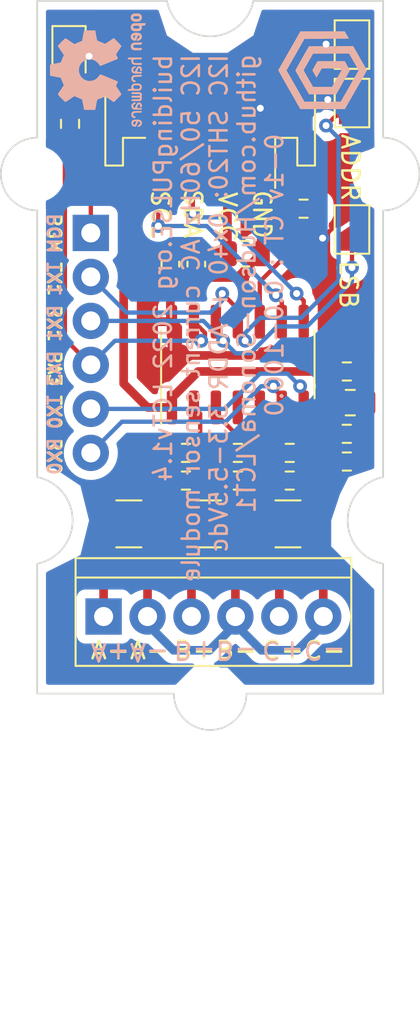
<source format=kicad_pcb>
(kicad_pcb (version 20211014) (generator pcbnew)
  (layers (0 "F.Cu" signal) (31 "B.Cu" signal) (34 "B.Paste" user) (35 "F.Paste" user) (36 "B.SilkS" user "B.Silkscreen") (37 "F.SilkS" user "F.Silkscreen") (38 "B.Mask" user) (39 "F.Mask" user) (44 "Edge.Cuts" user))
  (net 0 "")
  (net 1 "VCC")
  (net 2 "GND")
  (net 3 "Af")
  (net 4 "Cf")
  (net 5 "Of")
  (net 6 "Net-(D1-Pad2)")
  (net 7 "PA3")
  (net 8 "CHA")
  (net 9 "Voffset2")
  (net 10 "CHB")
  (net 11 "CHC")
  (net 12 "UDPI_PA0")
  (net 13 "TX1_PA1")
  (net 14 "RX1_PA2")
  (net 15 "TX0_PB2")
  (net 16 "RX0_PB3")
  (net 17 "SDA_PB1")
  (net 18 "SCL_PB0")
  (net 19 "Bf")
  (net 20 "Net-(JP4-Pad1)")
  (footprint "MountingHole:MountingHole_2.2mm_M2" (layer "F.Cu") (at 110 118)
    (fp_text reference "REF**" hide)
    (fp_text value "MountingHole_2.2mm_M2" hide)
    (pad "" np_thru_hole circle (at 0 0) (size 2.2 2.2) (drill 2.2) (layers *.Cu *.Mask))
  )
  (footprint "Connector_JST:JST_PH_S4B-PH-SM4-TB_1x04-1MP_P2.00mm_Horizontal" (layer "F.Cu") (at 110 65.2 180)
    (fp_text reference "J3" hide)
    (fp_text value "Conn_01x04_Male_i2c" hide)
    (pad "1" smd roundrect (at -3 -4 180) (size 1 3.5) (layers "F.Cu" "F.Paste" "F.Mask") (net 2 "GND"))
    (pad "2" smd roundrect (at -1 -4 180) (size 1 3.5) (layers "F.Cu" "F.Paste" "F.Mask") (net 1 "VCC"))
    (pad "3" smd roundrect (at 1 -4 180) (size 1 3.5) (layers "F.Cu" "F.Paste" "F.Mask") (net 17 "SDA_PB1"))
    (pad "4" smd roundrect (at 3 -4 180) (size 1 3.5) (layers "F.Cu" "F.Paste" "F.Mask") (net 18 "SCL_PB0"))
    (pad "MP" smd roundrect (at -5.35 2.9 180) (size 1.5 3.4) (layers "F.Cu" "F.Paste" "F.Mask") (roundrect_rratio 0.1666673333))
    (pad "MP" smd roundrect (at 5.35 2.9 180) (size 1.5 3.4) (layers "F.Cu" "F.Paste" "F.Mask") (roundrect_rratio 0.1666673333))
  )
  (footprint "MountingHole:MountingHole_2.2mm_M2" (layer "F.Cu") (at 120 70)
    (fp_text reference "REF**" hide)
    (fp_text value "MountingHole_2.2mm_M2" hide)
    (pad "" np_thru_hole circle (at 0 0) (size 2.2 2.2) (drill 2.2) (layers *.Cu *.Mask))
  )
  (footprint "Resistor_SMD:R_0603_1608Metric" (layer "F.Cu") (at 108.6 86.1 180)
    (fp_text reference "R4" hide)
    (fp_text value "200R" hide)
    (pad "1" smd roundrect (at -0.825 0 180) (size 0.8 0.95) (layers "F.Cu" "F.Paste" "F.Mask") (net 3 "Af"))
    (pad "2" smd roundrect (at 0.825 0 180) (size 0.8 0.95) (layers "F.Cu" "F.Paste" "F.Mask") (net 8 "CHA"))
  )
  (footprint "MountingHole:MountingHole_2.2mm_M2" (layer "F.Cu") (at 110 100)
    (fp_text reference "REF**" hide)
    (fp_text value "MountingHole_2.2mm_M2" hide)
    (pad "" np_thru_hole circle (at 0 0) (size 2.2 2.2) (drill 2.2) (layers *.Cu *.Mask))
  )
  (footprint "LED_SMD:LED_0805_2012Metric" (layer "F.Cu") (at 101.84 63.14 -90)
    (fp_text reference "D1" hide)
    (fp_text value "LED" hide)
    (pad "1" smd roundrect (at -0.9375 0 270) (size 0.975 1.4) (layers "F.Cu" "F.Paste" "F.Mask") (net 2 "GND"))
    (pad "2" smd roundrect (at 0.9375 0 270) (size 0.975 1.4) (layers "F.Cu" "F.Paste" "F.Mask") (net 6 "Net-(D1-Pad2)"))
  )
  (footprint "Jumper:SolderJumper-2_P1.3mm_Open_TrianglePad1.0x1.5mm" (layer "F.Cu") (at 118.2 62.525 90)
    (fp_text reference "JP4" hide)
    (fp_text value "SolderJumper_2_Open" hide)
    (pad "1" smd custom (at -0.725 0 90) (size 0.3 0.3) (layers "F.Cu" "F.Mask") (net 20 "Net-(JP4-Pad1)") (options (clearance outline) (anchor rect)) (primitives (gr_poly (pts (xy 1 0) (xy 0.5 0.75) (xy -0.5 0.75) (xy -0.5 -0.75) (xy 0.5 -0.75)) (width 0) (fill yes))))
    (pad "2" smd custom (at 0.725 0 90) (size 0.3 0.3) (layers "F.Cu" "F.Mask") (net 2 "GND") (options (clearance outline) (anchor rect)) (primitives (gr_poly (pts (xy 0.5 0.75) (xy -0.65 0.75) (xy -0.15 0) (xy -0.65 -0.75) (xy 0.5 -0.75)) (width 0) (fill yes))))
  )
  (footprint "TerminalBlock_TE-Connectivity:TerminalBlock_TE_282834-6_1x06_P2.54mm_Horizontal" (layer "F.Cu") (at 103.84 95.55)
    (fp_text reference "J1" hide)
    (fp_text value "Conn_01x06_Male" hide)
    (pad "1" thru_hole rect (at 0 0) (size 2.1 2.1) (drill 1.1) (layers *.Cu *.Mask) (net 8 "CHA"))
    (pad "2" thru_hole circle (at 2.54 0) (size 2.1 2.1) (drill 1.1) (layers *.Cu *.Mask) (net 9 "Voffset2"))
    (pad "3" thru_hole circle (at 5.08 0) (size 2.1 2.1) (drill 1.1) (layers *.Cu *.Mask) (net 10 "CHB"))
    (pad "4" thru_hole circle (at 7.62 0) (size 2.1 2.1) (drill 1.1) (layers *.Cu *.Mask) (net 9 "Voffset2"))
    (pad "5" thru_hole circle (at 10.16 0) (size 2.1 2.1) (drill 1.1) (layers *.Cu *.Mask) (net 11 "CHC"))
    (pad "6" thru_hole circle (at 12.7 0) (size 2.1 2.1) (drill 1.1) (layers *.Cu *.Mask) (net 9 "Voffset2"))
  )
  (footprint "Capacitor_SMD:C_0603_1608Metric" (layer "F.Cu") (at 109.2 75.2 -90)
    (fp_text reference "C8" hide)
    (fp_text value "10nF" hide)
    (pad "1" smd roundrect (at -0.775 0 270) (size 0.9 0.95) (layers "F.Cu" "F.Paste" "F.Mask") (net 1 "VCC"))
    (pad "2" smd roundrect (at 0.775 0 270) (size 0.9 0.95) (layers "F.Cu" "F.Paste" "F.Mask") (net 2 "GND"))
  )
  (footprint "Resistor_SMD:R_0603_1608Metric" (layer "F.Cu") (at 115.4 72 180)
    (fp_text reference "R12" hide)
    (fp_text value "470R" hide)
    (pad "1" smd roundrect (at -0.825 0 180) (size 0.8 0.95) (layers "F.Cu" "F.Paste" "F.Mask") (net 20 "Net-(JP4-Pad1)"))
    (pad "2" smd roundrect (at 0.825 0 180) (size 0.8 0.95) (layers "F.Cu" "F.Paste" "F.Mask") (net 12 "UDPI_PA0"))
  )
  (footprint "Resistor_SMD:R_1210_3225Metric" (layer "F.Cu") (at 105.3 90.2)
    (fp_text reference "R8" hide)
    (fp_text value "20R DNS" hide)
    (pad "1" smd roundrect (at -1.4625 0) (size 1.125 2.65) (layers "F.Cu" "F.Paste" "F.Mask") (roundrect_rratio 0.2222222222) (net 8 "CHA"))
    (pad "2" smd roundrect (at 1.4625 0) (size 1.125 2.65) (layers "F.Cu" "F.Paste" "F.Mask") (roundrect_rratio 0.2222222222) (net 9 "Voffset2"))
  )
  (footprint "MountingHole:MountingHole_2.2mm_M2" (layer "F.Cu") (at 100 70)
    (fp_text reference "REF**" hide)
    (fp_text value "MountingHole_2.2mm_M2" hide)
    (pad "" np_thru_hole circle (at 0 0) (size 2.2 2.2) (drill 2.2) (layers *.Cu *.Mask))
  )
  (footprint "Capacitor_SMD:C_0805_2012Metric" (layer "F.Cu") (at 118.1 83.2 180)
    (fp_text reference "C9" hide)
    (fp_text value "1uF" hide)
    (pad "1" smd roundrect (at -0.95 0 180) (size 1 1.45) (layers "F.Cu" "F.Paste" "F.Mask") (net 9 "Voffset2"))
    (pad "2" smd roundrect (at 0.95 0 180) (size 1 1.45) (layers "F.Cu" "F.Paste" "F.Mask") (net 2 "GND"))
  )
  (footprint "Jumper:SolderJumper-2_P1.3mm_Open_TrianglePad1.0x1.5mm" (layer "F.Cu") (at 118.2 65.9 90)
    (fp_text reference "JP5" hide)
    (fp_text value "SolderJumper_2_Open" hide)
    (pad "1" smd custom (at -0.725 0 90) (size 0.3 0.3) (layers "F.Cu" "F.Mask") (net 13 "TX1_PA1") (options (clearance outline) (anchor rect)) (primitives (gr_poly (pts (xy 1 0) (xy 0.5 0.75) (xy -0.5 0.75) (xy -0.5 -0.75) (xy 0.5 -0.75)) (width 0) (fill yes))))
    (pad "2" smd custom (at 0.725 0 90) (size 0.3 0.3) (layers "F.Cu" "F.Mask") (net 2 "GND") (options (clearance outline) (anchor rect)) (primitives (gr_poly (pts (xy 0.5 0.75) (xy -0.65 0.75) (xy -0.15 0) (xy -0.65 -0.75) (xy 0.5 -0.75)) (width 0) (fill yes))))
  )
  (footprint "Jumper:SolderJumper-2_P1.3mm_Open_TrianglePad1.0x1.5mm" (layer "F.Cu") (at 118.2 73.2 90)
    (fp_text reference "JP6" hide)
    (fp_text value "SolderJumper_2_Open" hide)
    (pad "1" smd custom (at -0.725 0 90) (size 0.3 0.3) (layers "F.Cu" "F.Mask") (net 14 "RX1_PA2") (options (clearance outline) (anchor rect)) (primitives (gr_poly (pts (xy 1 0) (xy 0.5 0.75) (xy -0.5 0.75) (xy -0.5 -0.75) (xy 0.5 -0.75)) (width 0) (fill yes))))
    (pad "2" smd custom (at 0.725 0 90) (size 0.3 0.3) (layers "F.Cu" "F.Mask") (net 2 "GND") (options (clearance outline) (anchor rect)) (primitives (gr_poly (pts (xy 0.5 0.75) (xy -0.65 0.75) (xy -0.15 0) (xy -0.65 -0.75) (xy 0.5 -0.75)) (width 0) (fill yes))))
  )
  (footprint "Resistor_SMD:R_0603_1608Metric" (layer "F.Cu") (at 101.9 67.1 90)
    (fp_text reference "R11" hide)
    (fp_text value "1k" hide)
    (pad "1" smd roundrect (at -0.825 0 90) (size 0.8 0.95) (layers "F.Cu" "F.Paste" "F.Mask") (net 7 "PA3"))
    (pad "2" smd roundrect (at 0.825 0 90) (size 0.8 0.95) (layers "F.Cu" "F.Paste" "F.Mask") (net 6 "Net-(D1-Pad2)"))
  )
  (footprint "TerminalBlock_TE-Connectivity:TerminalBlock_TE_282834-6_1x06_P2.54mm_Horizontal" (layer "F.Cu") (at 103.1 73.4 -90)
    (fp_text reference "J2" hide)
    (fp_text value "Conn_01x06_Male" hide)
    (pad "1" thru_hole rect (at 0 0 270) (size 2.1 2.1) (drill 1.1) (layers *.Cu *.Mask) (net 12 "UDPI_PA0"))
    (pad "2" thru_hole circle (at 2.54 0 270) (size 2.1 2.1) (drill 1.1) (layers *.Cu *.Mask) (net 13 "TX1_PA1"))
    (pad "3" thru_hole circle (at 5.08 0 270) (size 2.1 2.1) (drill 1.1) (layers *.Cu *.Mask) (net 14 "RX1_PA2"))
    (pad "4" thru_hole circle (at 7.62 0 270) (size 2.1 2.1) (drill 1.1) (layers *.Cu *.Mask) (net 7 "PA3"))
    (pad "5" thru_hole circle (at 10.16 0 270) (size 2.1 2.1) (drill 1.1) (layers *.Cu *.Mask) (net 15 "TX0_PB2"))
    (pad "6" thru_hole circle (at 12.7 0 270) (size 2.1 2.1) (drill 1.1) (layers *.Cu *.Mask) (net 16 "RX0_PB3"))
  )
  (footprint "Resistor_SMD:R_0603_1608Metric" (layer "F.Cu") (at 108.6 87.7)
    (fp_text reference "R13" hide)
    (fp_text value "4.7k" hide)
    (pad "1" smd roundrect (at -0.825 0) (size 0.8 0.95) (layers "F.Cu" "F.Paste" "F.Mask") (net 8 "CHA"))
    (pad "2" smd roundrect (at 0.825 0) (size 0.8 0.95) (layers "F.Cu" "F.Paste" "F.Mask") (net 9 "Voffset2"))
  )
  (footprint "Capacitor_SMD:C_0603_1608Metric" (layer "F.Cu") (at 107.7 75.2 -90)
    (fp_text reference "C1" hide)
    (fp_text value "100nF" hide)
    (pad "1" smd roundrect (at -0.775 0 270) (size 0.9 0.95) (layers "F.Cu" "F.Paste" "F.Mask") (net 1 "VCC"))
    (pad "2" smd roundrect (at 0.775 0 270) (size 0.9 0.95) (layers "F.Cu" "F.Paste" "F.Mask") (net 2 "GND"))
  )
  (footprint "Resistor_SMD:R_1210_3225Metric" (layer "F.Cu") (at 114.5 90.2)
    (fp_text reference "R10" hide)
    (fp_text value "20R DNS" hide)
    (pad "1" smd roundrect (at -1.4625 0) (size 1.125 2.65) (layers "F.Cu" "F.Paste" "F.Mask") (roundrect_rratio 0.2222222222) (net 11 "CHC"))
    (pad "2" smd roundrect (at 1.4625 0) (size 1.125 2.65) (layers "F.Cu" "F.Paste" "F.Mask") (roundrect_rratio 0.2222222222) (net 9 "Voffset2"))
  )
  (footprint "Resistor_SMD:R_1210_3225Metric" (layer "F.Cu") (at 109.9 90.2)
    (fp_text reference "R9" hide)
    (fp_text value "20R DNS" hide)
    (pad "1" smd roundrect (at -1.4625 0) (size 1.125 2.65) (layers "F.Cu" "F.Paste" "F.Mask") (roundrect_rratio 0.2222222222) (net 10 "CHB"))
    (pad "2" smd roundrect (at 1.4625 0) (size 1.125 2.65) (layers "F.Cu" "F.Paste" "F.Mask") (roundrect_rratio 0.2222222222) (net 9 "Voffset2"))
  )
  (footprint "Resistor_SMD:R_0603_1608Metric" (layer "F.Cu") (at 114.6 87.7)
    (fp_text reference "R15" hide)
    (fp_text value "4.7k" hide)
    (pad "1" smd roundrect (at -0.825 0) (size 0.8 0.95) (layers "F.Cu" "F.Paste" "F.Mask") (net 11 "CHC"))
    (pad "2" smd roundrect (at 0.825 0) (size 0.8 0.95) (layers "F.Cu" "F.Paste" "F.Mask") (net 9 "Voffset2"))
  )
  (footprint "Resistor_SMD:R_0603_1608Metric" (layer "F.Cu") (at 117.9 86.6)
    (fp_text reference "R7" hide)
    (fp_text value "200R" hide)
    (pad "1" smd roundrect (at -0.825 0) (size 0.8 0.95) (layers "F.Cu" "F.Paste" "F.Mask") (net 5 "Of"))
    (pad "2" smd roundrect (at 0.825 0) (size 0.8 0.95) (layers "F.Cu" "F.Paste" "F.Mask") (net 9 "Voffset2"))
  )
  (footprint "Resistor_SMD:R_0603_1608Metric" (layer "F.Cu") (at 111.6 86.1 180)
    (fp_text reference "R5" hide)
    (fp_text value "200R" hide)
    (pad "1" smd roundrect (at -0.825 0 180) (size 0.8 0.95) (layers "F.Cu" "F.Paste" "F.Mask") (net 19 "Bf"))
    (pad "2" smd roundrect (at 0.825 0 180) (size 0.8 0.95) (layers "F.Cu" "F.Paste" "F.Mask") (net 10 "CHB"))
  )
  (footprint "Resistor_SMD:R_0603_1608Metric" (layer "F.Cu") (at 117.9 85 180)
    (fp_text reference "R2" hide)
    (fp_text value "470k" hide)
    (pad "1" smd roundrect (at -0.825 0 180) (size 0.8 0.95) (layers "F.Cu" "F.Paste" "F.Mask") (net 9 "Voffset2"))
    (pad "2" smd roundrect (at 0.825 0 180) (size 0.8 0.95) (layers "F.Cu" "F.Paste" "F.Mask") (net 2 "GND"))
  )
  (footprint "Capacitor_SMD:C_0805_2012Metric" (layer "F.Cu") (at 112 74.6)
    (fp_text reference "C3" hide)
    (fp_text value "4.7uF" hide)
    (pad "1" smd roundrect (at -0.95 0) (size 1 1.45) (layers "F.Cu" "F.Paste" "F.Mask") (net 1 "VCC"))
    (pad "2" smd roundrect (at 0.95 0) (size 1 1.45) (layers "F.Cu" "F.Paste" "F.Mask") (net 2 "GND"))
  )
  (footprint "Resistor_SMD:R_0603_1608Metric" (layer "F.Cu") (at 114.6 86.1 180)
    (fp_text reference "R6" hide)
    (fp_text value "200R" hide)
    (pad "1" smd roundrect (at -0.825 0 180) (size 0.8 0.95) (layers "F.Cu" "F.Paste" "F.Mask") (net 4 "Cf"))
    (pad "2" smd roundrect (at 0.825 0 180) (size 0.8 0.95) (layers "F.Cu" "F.Paste" "F.Mask") (net 11 "CHC"))
  )
  (footprint "Resistor_SMD:R_0603_1608Metric" (layer "F.Cu") (at 117.9 81.4)
    (fp_text reference "R1" hide)
    (fp_text value "470k" hide)
    (pad "1" smd roundrect (at -0.825 0) (size 0.8 0.95) (layers "F.Cu" "F.Paste" "F.Mask") (net 1 "VCC"))
    (pad "2" smd roundrect (at 0.825 0) (size 0.8 0.95) (layers "F.Cu" "F.Paste" "F.Mask") (net 9 "Voffset2"))
  )
  (footprint "Resistor_SMD:R_0603_1608Metric" (layer "F.Cu") (at 111.6 87.7)
    (fp_text reference "R14" hide)
    (fp_text value "4.7k" hide)
    (pad "1" smd roundrect (at -0.825 0) (size 0.8 0.95) (layers "F.Cu" "F.Paste" "F.Mask") (net 10 "CHB"))
    (pad "2" smd roundrect (at 0.825 0) (size 0.8 0.95) (layers "F.Cu" "F.Paste" "F.Mask") (net 9 "Voffset2"))
  )
  (footprint "Package_SO:SOIC-14_3.9x8.7mm_P1.27mm" (layer "F.Cu") (at 111.6 81 90)
    (fp_text reference "U1" hide)
    (fp_text value "ATtiny3224-SS" hide)
    (pad "1" smd roundrect (at -2.475 -3.81 90) (size 1.95 0.6) (layers "F.Cu" "F.Paste" "F.Mask") (net 1 "VCC"))
    (pad "2" smd roundrect (at -2.475 -2.54 90) (size 1.95 0.6) (layers "F.Cu" "F.Paste" "F.Mask") (net 3 "Af"))
    (pad "3" smd roundrect (at -2.475 -1.27 90) (size 1.95 0.6) (layers "F.Cu" "F.Paste" "F.Mask") (net 19 "Bf"))
    (pad "4" smd roundrect (at -2.475 0 90) (size 1.95 0.6) (layers "F.Cu" "F.Paste" "F.Mask") (net 4 "Cf"))
    (pad "5" smd roundrect (at -2.475 1.27 90) (size 1.95 0.6) (layers "F.Cu" "F.Paste" "F.Mask") (net 5 "Of"))
    (pad "6" smd roundrect (at -2.475 2.54 90) (size 1.95 0.6) (layers "F.Cu" "F.Paste" "F.Mask") (net 16 "RX0_PB3"))
    (pad "7" smd roundrect (at -2.475 3.81 90) (size 1.95 0.6) (layers "F.Cu" "F.Paste" "F.Mask") (net 15 "TX0_PB2"))
    (pad "8" smd roundrect (at 2.475 3.81 90) (size 1.95 0.6) (layers "F.Cu" "F.Paste" "F.Mask") (net 17 "SDA_PB1"))
    (pad "9" smd roundrect (at 2.475 2.54 90) (size 1.95 0.6) (layers "F.Cu" "F.Paste" "F.Mask") (net 18 "SCL_PB0"))
    (pad "10" smd roundrect (at 2.475 1.27 90) (size 1.95 0.6) (layers "F.Cu" "F.Paste" "F.Mask") (net 20 "Net-(JP4-Pad1)"))
    (pad "11" smd roundrect (at 2.475 0 90) (size 1.95 0.6) (layers "F.Cu" "F.Paste" "F.Mask") (net 13 "TX1_PA1"))
    (pad "12" smd roundrect (at 2.475 -1.27 90) (size 1.95 0.6) (layers "F.Cu" "F.Paste" "F.Mask") (net 14 "RX1_PA2"))
    (pad "13" smd roundrect (at 2.475 -2.54 90) (size 1.95 0.6) (layers "F.Cu" "F.Paste" "F.Mask") (net 7 "PA3"))
    (pad "14" smd roundrect (at 2.475 -3.81 90) (size 1.95 0.6) (layers "F.Cu" "F.Paste" "F.Mask") (net 2 "GND"))
  )
  (footprint "Symbol:OSHW-Logo2_7.3x6mm_SilkScreen" (layer "B.Cu") (at 103.5 64 -90)
    (fp_text reference "REF**" hide)
    (fp_text value "OSHW-Logo2_7.3x6mm_SilkScreen" hide)
  )
  (footprint "LOGO" (layer "B.Cu") (at 116.5 64 -90)
    (fp_text reference "G***" hide)
    (fp_text value "LOGO" hide)
  )
  (gr_arc (start 112.499999 60) (mid 110 62.049509) (end 107.500001 60) (layer "Edge.Cuts") (width 0.1))
  (gr_line (start 112.1 100) (end 120 100) (layer "Edge.Cuts") (width 0.1))
  (gr_line (start 120 60) (end 120 67.9) (layer "Edge.Cuts") (width 0.1))
  (gr_line (start 100 100) (end 107.9 100) (layer "Edge.Cuts") (width 0.1))
  (gr_arc (start 120 92.499999) (mid 117.950491 90) (end 120 87.500001) (layer "Edge.Cuts") (width 0.1))
  (gr_arc (start 112.1 100) (mid 110 102.1) (end 107.9 100) (layer "Edge.Cuts") (width 0.1))
  (gr_arc (start 100 72.1) (mid 97.9 70) (end 100 67.9) (layer "Edge.Cuts") (width 0.1))
  (gr_line (start 120 60) (end 112.5 60) (layer "Edge.Cuts") (width 0.1))
  (gr_line (start 120 92.5) (end 120 100) (layer "Edge.Cuts") (width 0.1))
  (gr_line (start 100 72.1) (end 100 87.5) (layer "Edge.Cuts") (width 0.1))
  (gr_line (start 107.5 60) (end 100 60) (layer "Edge.Cuts") (width 0.1))
  (gr_line (start 120 72.1) (end 120 87.5) (layer "Edge.Cuts") (width 0.1))
  (gr_line (start 100 92.5) (end 100 100) (layer "Edge.Cuts") (width 0.1))
  (gr_line (start 100 60) (end 100 67.9) (layer "Edge.Cuts") (width 0.1))
  (gr_arc (start 120 67.9) (mid 122.1 70) (end 120 72.1) (layer "Edge.Cuts") (width 0.1))
  (gr_arc (start 100 87.500001) (mid 102.049509 90) (end 100 92.499999) (layer "Edge.Cuts") (width 0.1))
  (gr_text "buildingPULSE.org 2022 LCTv1.4\nI2C 50/60Hz AC current sensor module\nI2C SHT20: 0x40 + ADDR 3.3-5.5Vdc\ngithub.com/Hudson-Sonoma/LCT1\n      0-1v CT : 0.0-100.0" (at 110.5 63 90) (layer "B.SilkS") (effects (font (size 1 1)) (justify left mirror)))
  (gr_text "C+C-" (at 112.9 97.5 180) (layer "B.SilkS") (effects (font (size 1 1.08)) (justify left mirror)))
  (gr_text "PGM TX1 RX1 PA3 TX0 RX0" (at 101 72.2 90) (layer "B.SilkS") (effects (font (size 0.72 0.72)) (justify left mirror)))
  (gr_text "B+B-" (at 107.8 97.5 180) (layer "B.SilkS") (effects (font (size 1 1.08)) (justify left mirror)))
  (gr_text "A+A-" (at 103 97.6 180) (layer "B.SilkS") (effects (font (size 1 1.08)) (justify left mirror)))
  (gr_text "GND" (at 113 73.8 -90) (layer "F.SilkS") (effects (font (size 1 0.9)) (justify right)))
  (gr_text "VCC" (at 111 74 -90) (layer "F.SilkS") (effects (font (size 1 1)) (justify right)))
  (gr_text "ADDR" (at 118.1 67.6 -90) (layer "F.SilkS") (effects (font (size 1 1)) (justify left)))
  (gr_text "A+A-" (at 103 97.5) (layer "F.SilkS") (effects (font (size 1 1.08)) (justify left)))
  (gr_text "PGM TX1 RX1 PA3 TX0 RX0" (at 101 72.2 -90) (layer "F.SilkS") (effects (font (size 0.72 0.72)) (justify left)))
  (gr_text "LSB" (at 118 74.9 -90) (layer "F.SilkS") (effects (font (size 1 1)) (justify left)))
  (gr_text "SCL" (at 107.1 73.8 -90) (layer "F.SilkS") (effects (font (size 1 1)) (justify right)))
  (gr_text "B+B-" (at 107.8 97.5) (layer "F.SilkS") (effects (font (size 1 1.08)) (justify left)))
  (gr_text "SDA" (at 109 73.8 -90) (layer "F.SilkS") (effects (font (size 1 1)) (justify right)))
  (gr_text "C+C-" (at 112.9 97.5) (layer "F.SilkS") (effects (font (size 1 1.08)) (justify left)))
  (segment (start 109.2 74.425) (end 107.7 74.425) (width 0.5) (layer "F.Cu") (net 1))
  (segment (start 105.975 74.425) (end 105 75.4) (width 0.5) (layer "F.Cu") (net 1))
  (segment (start 105 75.4) (end 105 82.1) (width 0.5) (layer "F.Cu") (net 1))
  (segment (start 107.79 83.475) (end 107.79 82.921472) (width 0.5) (layer "F.Cu") (net 1))
  (segment (start 109.311472 81.4) (end 117.075 81.4) (width 0.5) (layer "F.Cu") (net 1))
  (segment (start 111 74.35) (end 111.1 74.45) (width 0.5) (layer "F.Cu") (net 1))
  (segment (start 105 82.1) (end 106.375 83.475) (width 0.5) (layer "F.Cu") (net 1))
  (segment (start 107.79 82.921472) (end 109.311472 81.4) (width 0.5) (layer "F.Cu") (net 1))
  (segment (start 111 70) (end 111 74.35) (width 0.5) (layer "F.Cu") (net 1))
  (segment (start 111.1 74.45) (end 109.225 74.45) (width 0.5) (layer "F.Cu") (net 1))
  (segment (start 109.225 74.45) (end 109.2 74.425) (width 0.5) (layer "F.Cu") (net 1))
  (segment (start 107.7 74.425) (end 105.975 74.425) (width 0.5) (layer "F.Cu") (net 1))
  (segment (start 106.375 83.475) (end 107.79 83.475) (width 0.5) (layer "F.Cu") (net 1))
  (segment (start 117.325 65.175) (end 116.8 65.7) (width 0.25) (layer "F.Cu") (net 2))
  (segment (start 117.4 61.8) (end 116.7 62.5) (width 0.25) (layer "F.Cu") (net 2))
  (segment (start 118.2 61.8) (end 117.4 61.8) (width 0.25) (layer "F.Cu") (net 2))
  (segment (start 107.7 78.435) (end 107.79 78.525) (width 0.5) (layer "F.Cu") (net 2))
  (segment (start 117.725 72.475) (end 116.5 73.7) (width 0.25) (layer "F.Cu") (net 2))
  (segment (start 117.925 82.425) (end 117.925 80.855761) (width 0.25) (layer "F.Cu") (net 2))
  (segment (start 107.7 75.975) (end 107.7 78.435) (width 0.5) (layer "F.Cu") (net 2))
  (segment (start 113 74.55) (end 112.95 74.6) (width 0.5) (layer "F.Cu") (net 2))
  (segment (start 118.2 72.475) (end 117.725 72.475) (width 0.25) (layer "F.Cu") (net 2))
  (segment (start 112.9 66.2) (end 113 66.3) (width 0.5) (layer "F.Cu") (net 2))
  (segment (start 117.075 85) (end 117.075 83.275) (width 0.25) (layer "F.Cu") (net 2))
  (segment (start 101.84 62.2025) (end 102.0025 62.2025) (width 0.25) (layer "F.Cu") (net 2))
  (segment (start 117.15 83.2) (end 117.925 82.425) (width 0.25) (layer "F.Cu") (net 2))
  (segment (start 107.79 78.525) (end 107.79 79.078528) (width 0.5) (layer "F.Cu") (net 2))
  (segment (start 117.075 83.275) (end 117.15 83.2) (width 0.25) (layer "F.Cu") (net 2))
  (segment (start 112.95 74.6) (end 111.575 75.975) (width 0.5) (layer "F.Cu") (net 2))
  (segment (start 102.0025 62.2025) (end 103 63.2) (width 0.25) (layer "F.Cu") (net 2))
  (segment (start 108.125 80.475) (end 108.125 78.86) (width 0.5) (layer "F.Cu") (net 2))
  (segment (start 117.925 80.855761) (end 117.544239 80.475) (width 0.5) (layer "F.Cu") (net 2))
  (segment (start 113 66.3) (end 113 74.55) (width 0.5) (layer "F.Cu") (net 2))
  (segment (start 108.125 78.86) (end 107.79 78.525) (width 0.5) (layer "F.Cu") (net 2))
  (segment (start 117.544239 80.475) (end 108.125 80.475) (width 0.5) (layer "F.Cu") (net 2))
  (segment (start 111.575 75.975) (end 109.2 75.975) (width 0.5) (layer "F.Cu") (net 2))
  (segment (start 118.2 65.175) (end 117.325 65.175) (width 0.25) (layer "F.Cu") (net 2))
  (segment (start 107.79 79.078528) (end 107.8 79.088528) (width 0.5) (layer "F.Cu") (net 2))
  (segment (start 109.2 75.975) (end 107.7 75.975) (width 0.5) (layer "F.Cu") (net 2))
  (via (at 116.5 73.7) (size 0.8) (drill 0.4) (layers "F.Cu" "B.Cu") (net 2))
  (via (at 112.9 66.2) (size 0.8) (drill 0.4) (layers "F.Cu" "B.Cu") (net 2))
  (via (at 116.7 62.5) (size 0.8) (drill 0.4) (layers "F.Cu" "B.Cu") (net 2))
  (via (at 116.8 65.7) (size 0.8) (drill 0.4) (layers "F.Cu" "B.Cu") (net 2))
  (via (at 103 63.2) (size 0.8) (drill 0.4) (layers "F.Cu" "B.Cu") (net 2))
  (segment (start 116.5 73.7) (end 116.5 68.2) (width 0.25) (layer "B.Cu") (net 2))
  (segment (start 112.9 66.2) (end 115.8 66.2) (width 0.5) (layer "B.Cu") (net 2))
  (segment (start 106 66.2) (end 103 63.2) (width 0.5) (layer "B.Cu") (net 2))
  (segment (start 112.9 66.2) (end 106 66.2) (width 0.5) (layer "B.Cu") (net 2))
  (segment (start 116.3 66.2) (end 116.8 65.7) (width 0.5) (layer "B.Cu") (net 2))
  (segment (start 112.9 66.2) (end 116.6 62.5) (width 0.5) (layer "B.Cu") (net 2))
  (segment (start 116.5 68.2) (end 115.8 67.5) (width 0.25) (layer "B.Cu") (net 2))
  (segment (start 116.6 62.5) (end 116.7 62.5) (width 0.5) (layer "B.Cu") (net 2))
  (segment (start 115.8 67.5) (end 115.8 66.2) (width 0.25) (layer "B.Cu") (net 2))
  (segment (start 115.8 66.2) (end 116.3 66.2) (width 0.5) (layer "B.Cu") (net 2))
  (segment (start 109.425 86.1) (end 109.425 83.84) (width 0.25) (layer "F.Cu") (net 3))
  (segment (start 109.425 83.84) (end 109.06 83.475) (width 0.25) (layer "F.Cu") (net 3))
  (segment (start 115.425 86.1) (end 114.625 85.3) (width 0.25) (layer "F.Cu") (net 4))
  (segment (start 112.6 85.3) (end 111.6 84.3) (width 0.25) (layer "F.Cu") (net 4))
  (segment (start 114.625 85.3) (end 112.6 85.3) (width 0.25) (layer "F.Cu") (net 4))
  (segment (start 111.6 84.3) (end 111.6 83.475) (width 0.25) (layer "F.Cu") (net 4))
  (segment (start 117.075 86.6) (end 117.075 86.532538) (width 0.25) (layer "F.Cu") (net 5))
  (segment (start 113.4 84.8) (end 112.87 84.27) (width 0.25) (layer "F.Cu") (net 5))
  (segment (start 117.075 86.532538) (end 115.342462 84.8) (width 0.25) (layer "F.Cu") (net 5))
  (segment (start 115.342462 84.8) (end 113.4 84.8) (width 0.25) (layer "F.Cu") (net 5))
  (segment (start 112.87 84.27) (end 112.87 83.475) (width 0.25) (layer "F.Cu") (net 5))
  (segment (start 101.84 64.0775) (end 101.84 66.215) (width 0.25) (layer "F.Cu") (net 6))
  (segment (start 101.84 66.215) (end 101.9 66.275) (width 0.25) (layer "F.Cu") (net 6))
  (segment (start 101.9 67.925) (end 101.6 68.225) (width 0.25) (layer "F.Cu") (net 7))
  (segment (start 109.7 79.8) (end 109.65747 79.8) (width 0.25) (layer "F.Cu") (net 7))
  (segment (start 109.65747 79.8) (end 109.48297 79.6255) (width 0.25) (layer "F.Cu") (net 7))
  (segment (start 109.7 79.165) (end 109.7 79.8) (width 0.25) (layer "F.Cu") (net 7))
  (segment (start 101.6 79.52) (end 103.1 81.02) (width 0.25) (layer "F.Cu") (net 7))
  (segment (start 101.6 68.225) (end 101.6 79.52) (width 0.25) (layer "F.Cu") (net 7))
  (segment (start 109.06 78.525) (end 109.7 79.165) (width 0.25) (layer "F.Cu") (net 7))
  (via (at 109.48297 79.6255) (size 0.8) (drill 0.4) (layers "F.Cu" "B.Cu") (net 7))
  (segment (start 109.48297 79.6255) (end 104.4945 79.6255) (width 0.25) (layer "B.Cu") (net 7))
  (segment (start 104.4945 79.6255) (end 103.1 81.02) (width 0.25) (layer "B.Cu") (net 7))
  (segment (start 106.3 87.7) (end 107.185051 87.7) (width 0.25) (layer "F.Cu") (net 8))
  (segment (start 103.8375 90.2) (end 103.8375 90.1625) (width 0.25) (layer "F.Cu") (net 8))
  (segment (start 103.84 96) (end 103.84 90.5025) (width 0.5) (layer "F.Cu") (net 8))
  (segment (start 103.8375 90.1625) (end 106.3 87.7) (width 0.25) (layer "F.Cu") (net 8))
  (segment (start 107.775 87.7) (end 107.775 86.1) (width 0.5) (layer "F.Cu") (net 8))
  (segment (start 107.185051 87.7) (end 107.775 87.7) (width 0.5) (layer "F.Cu") (net 8))
  (segment (start 103.84 90.5025) (end 103.8375 90.5) (width 0.5) (layer "F.Cu") (net 8))
  (segment (start 106.7625 89.674327) (end 106.7625 90.2) (width 0.25) (layer "F.Cu") (net 9))
  (segment (start 116.54 91.0775) (end 115.9625 90.5) (width 0.5) (layer "F.Cu") (net 9))
  (segment (start 107.886827 88.55) (end 106.7625 89.674327) (width 0.25) (layer "F.Cu") (net 9))
  (segment (start 106.7625 89.974327) (end 106.7625 90.5) (width 0.25) (layer "F.Cu") (net 9))
  (segment (start 115.9625 90.2) (end 115.9625 88.2375) (width 0.25) (layer "F.Cu") (net 9))
  (segment (start 106.38 90.8825) (end 106.7625 90.5) (width 0.5) (layer "F.Cu") (net 9))
  (segment (start 117.625 87.7) (end 118.725 86.6) (width 0.25) (layer "F.Cu") (net 9))
  (segment (start 118.725 85) (end 118.725 83.525) (width 0.25) (layer "F.Cu") (net 9))
  (segment (start 115.425 87.7) (end 117.625 87.7) (width 0.25) (layer "F.Cu") (net 9))
  (segment (start 111.46 90.5975) (end 111.3625 90.5) (width 0.5) (layer "F.Cu") (net 9))
  (segment (start 109.425 87.7) (end 108.575 88.55) (width 0.25) (layer "F.Cu") (net 9))
  (segment (start 118.725 86.6) (end 118.725 85) (width 0.25) (layer "F.Cu") (net 9))
  (segment (start 118.725 83.525) (end 119.05 83.2) (width 0.25) (layer "F.Cu") (net 9))
  (segment (start 119.05 81.725) (end 118.725 81.4) (width 0.25) (layer "F.Cu") (net 9))
  (segment (start 111.3625 90.2) (end 111.3625 88.7625) (width 0.25) (layer "F.Cu") (net 9))
  (segment (start 108.575 88.55) (end 107.886827 88.55) (width 0.25) (layer "F.Cu") (net 9))
  (segment (start 111.3625 88.7625) (end 112.425 87.7) (width 0.25) (layer "F.Cu") (net 9))
  (segment (start 106.38 96) (end 106.38 90.8825) (width 0.5) (layer "F.Cu") (net 9))
  (segment (start 111.46 96) (end 111.46 90.5975) (width 0.5) (layer "F.Cu") (net 9))
  (segment (start 116.54 96) (end 116.54 91.0775) (width 0.5) (layer "F.Cu") (net 9))
  (segment (start 119.05 83.2) (end 119.05 81.725) (width 0.25) (layer "F.Cu") (net 9))
  (segment (start 115.9625 88.2375) (end 115.425 87.7) (width 0.25) (layer "F.Cu") (net 9))
  (segment (start 107.88 97.5) (end 109.96 97.5) (width 0.5) (layer "B.Cu") (net 9))
  (segment (start 111.46 96) (end 112.96 97.5) (width 0.5) (layer "B.Cu") (net 9))
  (segment (start 109.96 97.5) (end 111.46 96) (width 0.5) (layer "B.Cu") (net 9))
  (segment (start 106.38 96) (end 107.88 97.5) (width 0.5) (layer "B.Cu") (net 9))
  (segment (start 115.04 97.5) (end 116.54 96) (width 0.5) (layer "B.Cu") (net 9))
  (segment (start 112.96 97.5) (end 115.04 97.5) (width 0.5) (layer "B.Cu") (net 9))
  (segment (start 108.92 96) (end 108.92 90.9825) (width 0.5) (layer "F.Cu") (net 10))
  (segment (start 110.775 87.7) (end 110.775 86.1) (width 0.5) (layer "F.Cu") (net 10))
  (segment (start 108.92 90.9825) (end 108.4375 90.5) (width 0.5) (layer "F.Cu") (net 10))
  (segment (start 108.4375 90.5) (end 108.4375 90.3625) (width 0.5) (layer "F.Cu") (net 10))
  (segment (start 108.4375 90.2) (end 108.6 90.2) (width 0.25) (layer "F.Cu") (net 10))
  (segment (start 110.6 87.875) (end 110.775 87.7) (width 0.5) (layer "F.Cu") (net 10))
  (segment (start 110.6 88.2) (end 110.6 87.875) (width 0.5) (layer "F.Cu") (net 10))
  (segment (start 108.6 90.2) (end 110.6 88.2) (width 0.25) (layer "F.Cu") (net 10))
  (segment (start 114 96) (end 114 91.4625) (width 0.5) (layer "F.Cu") (net 11))
  (segment (start 114 91.4625) (end 113.0375 90.5) (width 0.5) (layer "F.Cu") (net 11))
  (segment (start 113.0375 90.2) (end 113.0375 88.4375) (width 0.25) (layer "F.Cu") (net 11))
  (segment (start 113.775 87.7) (end 113.775 86.1) (width 0.25) (layer "F.Cu") (net 11))
  (segment (start 113.0375 88.4375) (end 113.775 87.7) (width 0.25) (layer "F.Cu") (net 11))
  (segment (start 113.1 65) (end 106.3 65) (width 0.25) (layer "F.Cu") (net 12))
  (segment (start 103.1 68.2) (end 103.1 73.4) (width 0.25) (layer "F.Cu") (net 12))
  (segment (start 114.6 71.975) (end 114.6 66.5) (width 0.25) (layer "F.Cu") (net 12))
  (segment (start 114.6 66.5) (end 113.1 65) (width 0.25) (layer "F.Cu") (net 12))
  (segment (start 114.575 72) (end 114.6 71.975) (width 0.25) (layer "F.Cu") (net 12))
  (segment (start 106.3 65) (end 103.1 68.2) (width 0.25) (layer "F.Cu") (net 12))
  (segment (start 117.275 66.625) (end 116.7 67.2) (width 0.25) (layer "F.Cu") (net 13))
  (segment (start 111.6 77.8) (end 110.7 76.9) (width 0.25) (layer "F.Cu") (net 13))
  (segment (start 111.6 79) (end 112.2255 79.6255) (width 0.25) (layer "F.Cu") (net 13))
  (segment (start 111.6 78.525) (end 111.6 77.8) (width 0.25) (layer "F.Cu") (net 13))
  (segment (start 111.6 78.525) (end 111.6 79) (width 0.25) (layer "F.Cu") (net 13))
  (segment (start 118.2 66.625) (end 117.275 66.625) (width 0.25) (layer "F.Cu") (net 13))
  (segment (start 112.2255 79.6255) (end 112.02297 79.6255) (width 0.25) (layer "F.Cu") (net 13))
  (via (at 112.02297 79.6255) (size 0.8) (drill 0.4) (layers "F.Cu" "B.Cu") (net 13))
  (via (at 116.7 67.2) (size 0.8) (drill 0.4) (layers "F.Cu" "B.Cu") (net 13))
  (via (at 110.7 76.9) (size 0.8) (drill 0.4) (layers "F.Cu" "B.Cu") (net 13))
  (segment (start 110 78) (end 105.16 78) (width 0.25) (layer "B.Cu") (net 13))
  (segment (start 117.425 67.925) (end 117.425 76.136701) (width 0.25) (layer "B.Cu") (net 13))
  (segment (start 112.9 78.3) (end 112.02297 79.17703) (width 0.25) (layer "B.Cu") (net 13))
  (segment (start 110.7 77.3) (end 110 78) (width 0.25) (layer "B.Cu") (net 13))
  (segment (start 116.7 67.2) (end 117.425 67.925) (width 0.25) (layer "B.Cu") (net 13))
  (segment (start 105.16 78) (end 103.1 75.94) (width 0.25) (layer "B.Cu") (net 13))
  (segment (start 117.425 76.136701) (end 115.261701 78.3) (width 0.25) (layer "B.Cu") (net 13))
  (segment (start 115.261701 78.3) (end 112.9 78.3) (width 0.25) (layer "B.Cu") (net 13))
  (segment (start 110.7 76.9) (end 110.7 77.3) (width 0.25) (layer "B.Cu") (net 13))
  (segment (start 112.02297 79.17703) (end 112.02297 79.6255) (width 0.25) (layer "B.Cu") (net 13))
  (segment (start 118.2 73.925) (end 118.2 75.4) (width 0.25) (layer "F.Cu") (net 14))
  (segment (start 110.75297 79.65297) (end 110.75297 79.6255) (width 0.25) (layer "F.Cu") (net 14))
  (segment (start 110.33 79.23) (end 110.75297 79.65297) (width 0.25) (layer "F.Cu") (net 14))
  (segment (start 110.33 78.525) (end 110.33 79.23) (width 0.25) (layer "F.Cu") (net 14))
  (via (at 118.2 75.4) (size 0.8) (drill 0.4) (layers "F.Cu" "B.Cu") (net 14))
  (via (at 110.75297 79.6255) (size 0.8) (drill 0.4) (layers "F.Cu" "B.Cu") (net 14))
  (segment (start 118.2 75.4) (end 118.2 76.2) (width 0.25) (layer "B.Cu") (net 14))
  (segment (start 111.47797 80.3505) (end 110.75297 79.6255) (width 0.25) (layer "B.Cu") (net 14))
  (segment (start 118.2 76.2) (end 115.6 78.8) (width 0.25) (layer "B.Cu") (net 14))
  (segment (start 110.75297 79.6255) (end 109.60747 78.48) (width 0.25) (layer "B.Cu") (net 14))
  (segment (start 112.323275 80.3505) (end 111.47797 80.3505) (width 0.25) (layer "B.Cu") (net 14))
  (segment (start 115.6 78.8) (end 113.873775 78.8) (width 0.25) (layer "B.Cu") (net 14))
  (segment (start 109.60747 78.48) (end 103.1 78.48) (width 0.25) (layer "B.Cu") (net 14))
  (segment (start 113.873775 78.8) (end 112.323275 80.3505) (width 0.25) (layer "B.Cu") (net 14))
  (segment (start 115.41 83.475) (end 115.41 82.31) (width 0.25) (layer "F.Cu") (net 15))
  (segment (start 115.41 82.31) (end 115.2 82.1) (width 0.25) (layer "F.Cu") (net 15))
  (segment (start 115.2 82.1) (end 115.2 82.2495) (width 0.25) (layer "F.Cu") (net 15))
  (via (at 115.2 82.2495) (size 0.8) (drill 0.4) (layers "F.Cu" "B.Cu") (net 15))
  (segment (start 112.8755 81.5245) (end 110.84 83.56) (width 0.25) (layer "B.Cu") (net 15))
  (segment (start 110.84 83.56) (end 103.1 83.56) (width 0.25) (layer "B.Cu") (net 15))
  (segment (start 115.2 82.2495) (end 114.475 81.5245) (width 0.25) (layer "B.Cu") (net 15))
  (segment (start 114.475 81.5245) (end 112.8755 81.5245) (width 0.25) (layer "B.Cu") (net 15))
  (segment (start 113.5495 82.2495) (end 113.653522 82.2495) (width 0.25) (layer "F.Cu") (net 16))
  (segment (start 114.14 82.84) (end 113.5495 82.2495) (width 0.25) (layer "F.Cu") (net 16))
  (segment (start 114.14 83.475) (end 114.14 82.84) (width 0.25) (layer "F.Cu") (net 16))
  (via (at 113.653522 82.2495) (size 0.8) (drill 0.4) (layers "F.Cu" "B.Cu") (net 16))
  (segment (start 104.9 84.3) (end 103.1 86.1) (width 0.25) (layer "B.Cu") (net 16))
  (segment (start 110.9 84.3) (end 104.9 84.3) (width 0.25) (layer "B.Cu") (net 16))
  (segment (start 113.653522 82.2495) (end 112.9505 82.2495) (width 0.25) (layer "B.Cu") (net 16))
  (segment (start 112.9505 82.2495) (end 110.9 84.3) (width 0.25) (layer "B.Cu") (net 16))
  (segment (start 109 72.2755) (end 109 70) (width 0.25) (layer "F.Cu") (net 17))
  (segment (start 115.41 77.31) (end 115 76.9) (width 0.25) (layer "F.Cu") (net 17))
  (segment (start 115.41 78.525) (end 115.41 77.31) (width 0.25) (layer "F.Cu") (net 17))
  (via (at 115 76.9) (size 0.8) (drill 0.4) (layers "F.Cu" "B.Cu") (net 17))
  (via (at 109 72.2755) (size 0.8) (drill 0.4) (layers "F.Cu" "B.Cu") (net 17))
  (segment (start 115 76.9) (end 110.6 72.5) (width 0.25) (layer "B.Cu") (net 17))
  (segment (start 110.6 72.5) (end 109 72.5) (width 0.25) (layer "B.Cu") (net 17))
  (segment (start 109 72.5) (end 109 72.2755) (width 0.25) (layer "B.Cu") (net 17))
  (segment (start 114.14 78.525) (end 114.14 77.34) (width 0.25) (layer "F.Cu") (net 18))
  (segment (start 114.14 77.34) (end 113.8 77) (width 0.25) (layer "F.Cu") (net 18))
  (segment (start 107 73) (end 107 70) (width 0.25) (layer "F.Cu") (net 18))
  (via (at 113.8 77) (size 0.8) (drill 0.4) (layers "F.Cu" "B.Cu") (net 18))
  (via (at 107 73) (size 0.8) (drill 0.4) (layers "F.Cu" "B.Cu") (net 18))
  (segment (start 113.8 77) (end 109.8 73) (width 0.25) (layer "B.Cu") (net 18))
  (segment (start 109.8 73) (end 107 73) (width 0.25) (layer "B.Cu") (net 18))
  (segment (start 110.33 83.851751) (end 110.33 83.475) (width 0.25) (layer "F.Cu") (net 19))
  (segment (start 112.425 85.946751) (end 110.33 83.851751) (width 0.25) (layer "F.Cu") (net 19))
  (segment (start 112.425 86.1) (end 112.425 85.946751) (width 0.25) (layer "F.Cu") (net 19))
  (segment (start 115.5 71.275) (end 116.225 72) (width 0.25) (layer "F.Cu") (net 20))
  (segment (start 116.225 72.863173) (end 116.225 72) (width 0.25) (layer "F.Cu") (net 20))
  (segment (start 112.87 78.525) (end 112.87 76.218173) (width 0.25) (layer "F.Cu") (net 20))
  (segment (start 115.5 65.95) (end 115.5 71.275) (width 0.25) (layer "F.Cu") (net 20))
  (segment (start 118.2 63.25) (end 115.5 65.95) (width 0.25) (layer "F.Cu") (net 20))
  (segment (start 112.87 76.218173) (end 116.225 72.863173) (width 0.25) (layer "F.Cu") (net 20))
  (zone (net 2) (net_name "GND") (layers F&B.Cu) (connect_pads (clearance 0.508)) (min_thickness 0.254) (fill yes (thermal_gap 0.508) (thermal_bridge_width 0.508))
    (polygon (pts (xy 107.5 62) (xy 109 63) (xy 111 63) (xy 112.5 62) (xy 113 60.5) (xy 119.5 60.5) (xy 119.5 68.5) (xy 118.6 68.8) (xy 118.1 69.8) (xy 118.3 70.6) (xy 118.8 71.6) (xy 119.5 72) (xy 119.5 87) (xy 118 87.5) (xy 117.5 88.5) (xy 117 90) (xy 117 91.5) (xy 119.5 94) (xy 119.5 99.5) (xy 112 99.5) (xy 111 98.5) (xy 109 98.5) (xy 108 99.5) (xy 100.5 99.5) (xy 100.5 93) (xy 102.5 92) (xy 103 90) (xy 102.5 88) (xy 101 87) (xy 100.5 87) (xy 100.5 71.5) (xy 101.5 70.5) (xy 101.5 69.5) (xy 100.5 68.5) (xy 100.5 60.5) (xy 107 60.5)))
  )
)
</source>
